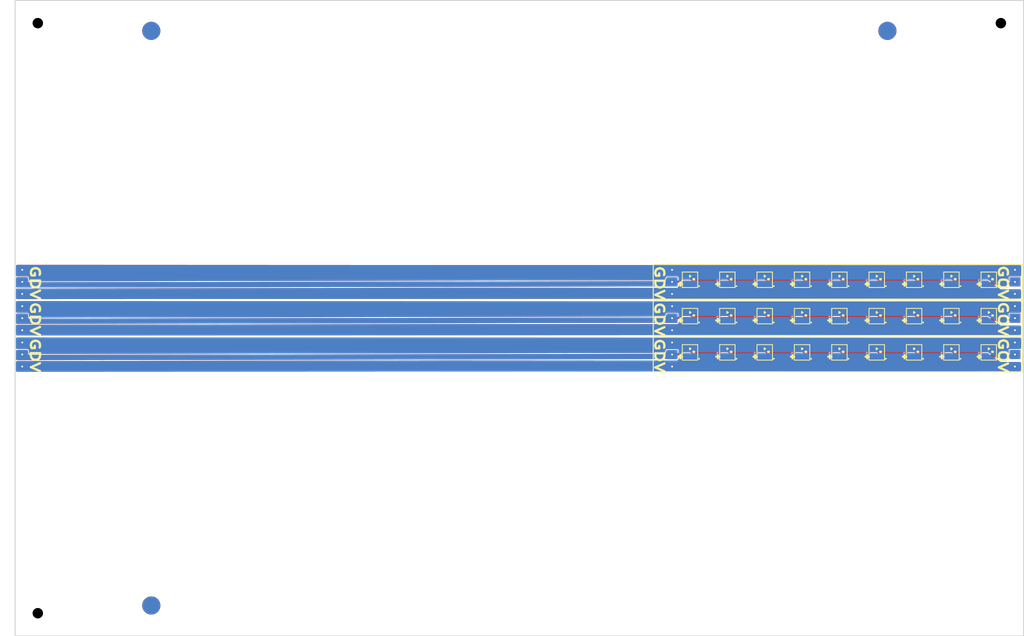
<source format=kicad_pcb>
(kicad_pcb (version 20221018) (generator pcbnew)
  (layers (0 "F.Cu" signal) (31 "B.Cu" signal) (34 "B.Paste" user) (35 "F.Paste" user) (36 "B.SilkS" user "B.Silkscreen") (37 "F.SilkS" user "F.Silkscreen") (38 "B.Mask" user) (39 "F.Mask" user) (44 "Edge.Cuts" user))
  (net 0 "")
  (net 1 "Board_0-+3V3")
  (net 2 "Board_0-GND")
  (net 3 "Board_0-LED_DATA")
  (net 4 "Board_0-LED_OUT")
  (net 5 "Board_0-Net-(U1-DOUT)")
  (net 6 "Board_0-Net-(U2-DOUT)")
  (net 7 "Board_0-Net-(U3-DOUT)")
  (net 8 "Board_0-Net-(U4-DOUT)")
  (net 9 "Board_0-Net-(U5-DOUT)")
  (net 10 "Board_0-Net-(U6-DOUT)")
  (net 11 "Board_0-Net-(U7-DOUT)")
  (net 12 "Board_0-Net-(U8-DOUT)")
  (net 13 "Board_1-+3V3")
  (net 14 "Board_1-GND")
  (net 15 "Board_1-LED_DATA")
  (net 16 "Board_1-LED_OUT")
  (net 17 "Board_1-Net-(U1-DOUT)")
  (net 18 "Board_1-Net-(U2-DOUT)")
  (net 19 "Board_1-Net-(U3-DOUT)")
  (net 20 "Board_1-Net-(U4-DOUT)")
  (net 21 "Board_1-Net-(U5-DOUT)")
  (net 22 "Board_1-Net-(U6-DOUT)")
  (net 23 "Board_1-Net-(U7-DOUT)")
  (net 24 "Board_1-Net-(U8-DOUT)")
  (net 25 "Board_2-+3V3")
  (net 26 "Board_2-GND")
  (net 27 "Board_2-LED_DATA")
  (net 28 "Board_2-LED_OUT")
  (net 29 "Board_2-Net-(U1-DOUT)")
  (net 30 "Board_2-Net-(U2-DOUT)")
  (net 31 "Board_2-Net-(U3-DOUT)")
  (net 32 "Board_2-Net-(U4-DOUT)")
  (net 33 "Board_2-Net-(U5-DOUT)")
  (net 34 "Board_2-Net-(U6-DOUT)")
  (net 35 "Board_2-Net-(U7-DOUT)")
  (net 36 "Board_2-Net-(U8-DOUT)")
  (footprint "NPTH" (layer "F.Cu") (at 95.455 87.5)
    (fp_text reference "REF**" hide)
    (fp_text value "NPTH" hide)
    (pad "" np_thru_hole circle (at 0 0) (size 1.152 1.152) (drill 1.152) (layers "*.Paste" "*.Mask"))
  )
  (footprint "kicad_lceda:TH_Pads_1.2x1_P1.20mml" (layer "F.Cu") (at 93.743163 57.675)
    (fp_text reference "J8" hide)
    (fp_text value "Conn_01x01")
    (pad "1" thru_hole rect (at 0 0) (size 1.2 1) (drill 0.2) (layers "*.Cu" "*.Mask") (net 26 "Board_2-GND") (clearance 0.1))
  )
  (footprint "kicad_lceda:TH_Pads_1.2x1_P1.20mml" (layer "F.Cu") (at 203.095 49.675)
    (fp_text reference "J6" hide)
    (fp_text value "Conn_01x01")
    (pad "1" thru_hole rect (at 0 0) (size 1.2 1) (drill 0.2) (layers "*.Cu" "*.Mask") (net 2 "Board_0-GND") (clearance 0.1))
  )
  (footprint "kicad_lceda:LED-SMD_4P-L1.0-W1.0-TL_XL-1010RGBC-WS2812B" (layer "F.Cu") (at 171.414299 58.77 180)
    (fp_text reference "U2" hide)
    (fp_text value "XL-1010RGBC-WS2812B")
    (pad "1" smd rect (at -0.425 -0.425 180) (size 0.45 0.45) (layers "F.Cu" "F.Paste" "F.Mask") (net 30 "Board_2-Net-(U2-DOUT)"))
    (pad "2" smd rect (at 0.425 -0.425 180) (size 0.45 0.45) (layers "F.Cu" "F.Paste" "F.Mask") (net 25 "Board_2-+3V3"))
    (pad "3" smd rect (at -0.425 0.425 180) (size 0.45 0.45) (layers "F.Cu" "F.Paste" "F.Mask") (net 26 "Board_2-GND"))
    (pad "4" smd rect (at 0.425 0.425 180) (size 0.45 0.45) (layers "F.Cu" "F.Paste" "F.Mask") (net 29 "Board_2-Net-(U1-DOUT)"))
  )
  (footprint "kicad_lceda:TH_Pads_1.2x1_P1.20mml" (layer "F.Cu") (at 203.095 51)
    (fp_text reference "J4" hide)
    (fp_text value "Conn_01x01")
    (pad "1" thru_hole rect (at 0 0) (size 1.2 1) (drill 0.2) (layers "*.Cu" "*.Mask") (net 4 "Board_0-LED_OUT") (clearance 0.1))
  )
  (footprint "kicad_lceda:TH_Pads_1.2x1_P1.20mml" (layer "F.Cu") (at 203.095 56.325)
    (fp_text reference "J5" hide)
    (fp_text value "Conn_01x01")
    (pad "1" thru_hole rect (at 0 0) (size 1.2 1) (drill 0.2) (layers "*.Cu" "*.Mask") (net 13 "Board_1-+3V3") (clearance 0.1))
  )
  (footprint "kicad_lceda:TH_Pads_1.2x1_P1.20mml" (layer "F.Cu") (at 165.325 60.33)
    (fp_text reference "J1" hide)
    (fp_text value "Conn_01x01")
    (pad "1" thru_hole rect (at 0 0) (size 1.2 1) (drill 0.2) (layers "*.Cu" "*.Mask") (net 25 "Board_2-+3V3") (clearance 0.1))
  )
  (footprint "kicad_lceda:TH_Pads_1.2x1_P1.20mml" (layer "F.Cu") (at 203.095 57.675)
    (fp_text reference "J6" hide)
    (fp_text value "Conn_01x01")
    (pad "1" thru_hole rect (at 0 0) (size 1.2 1) (drill 0.2) (layers "*.Cu" "*.Mask") (net 26 "Board_2-GND") (clearance 0.1))
  )
  (footprint "kicad_lceda:TH_Pads_1.2x1_P1.20mml" (layer "F.Cu") (at 165.325 51.005 180)
    (fp_text reference "J3" hide)
    (fp_text value "Conn_01x01")
    (pad "1" thru_hole rect (at 0 0 180) (size 1.2 1) (drill 0.2) (layers "*.Cu" "*.Mask") (net 3 "Board_0-LED_DATA") (clearance 0.1))
  )
  (footprint "kicad_lceda:LED-SMD_4P-L1.0-W1.0-TL_XL-1010RGBC-WS2812B" (layer "F.Cu") (at 200.21 54.77 180)
    (fp_text reference "U9" hide)
    (fp_text value "XL-1010RGBC-WS2812B")
    (pad "1" smd rect (at -0.425 -0.425 180) (size 0.45 0.45) (layers "F.Cu" "F.Paste" "F.Mask") (net 16 "Board_1-LED_OUT"))
    (pad "2" smd rect (at 0.425 -0.425 180) (size 0.45 0.45) (layers "F.Cu" "F.Paste" "F.Mask") (net 13 "Board_1-+3V3"))
    (pad "3" smd rect (at -0.425 0.425 180) (size 0.45 0.45) (layers "F.Cu" "F.Paste" "F.Mask") (net 14 "Board_1-GND"))
    (pad "4" smd rect (at 0.425 0.425 180) (size 0.45 0.45) (layers "F.Cu" "F.Paste" "F.Mask") (net 24 "Board_1-Net-(U8-DOUT)"))
  )
  (footprint "kicad_lceda:LED-SMD_4P-L1.0-W1.0-TL_XL-1010RGBC-WS2812B" (layer "F.Cu") (at 187.868983 54.77 180)
    (fp_text reference "U6" hide)
    (fp_text value "XL-1010RGBC-WS2812B")
    (pad "1" smd rect (at -0.425 -0.425 180) (size 0.45 0.45) (layers "F.Cu" "F.Paste" "F.Mask") (net 22 "Board_1-Net-(U6-DOUT)"))
    (pad "2" smd rect (at 0.425 -0.425 180) (size 0.45 0.45) (layers "F.Cu" "F.Paste" "F.Mask") (net 13 "Board_1-+3V3"))
    (pad "3" smd rect (at -0.425 0.425 180) (size 0.45 0.45) (layers "F.Cu" "F.Paste" "F.Mask") (net 14 "Board_1-GND"))
    (pad "4" smd rect (at 0.425 0.425 180) (size 0.45 0.45) (layers "F.Cu" "F.Paste" "F.Mask") (net 21 "Board_1-Net-(U5-DOUT)"))
  )
  (footprint "kicad_lceda:TH_Pads_1.2x1_P1.20mml" (layer "F.Cu") (at 93.743163 49.675)
    (fp_text reference "J8" hide)
    (fp_text value "Conn_01x01")
    (pad "1" thru_hole rect (at 0 0) (size 1.2 1) (drill 0.2) (layers "*.Cu" "*.Mask") (net 2 "Board_0-GND") (clearance 0.1))
  )
  (footprint "kicad_lceda:LED-SMD_4P-L1.0-W1.0-TL_XL-1010RGBC-WS2812B" (layer "F.Cu") (at 171.414299 54.77 180)
    (fp_text reference "U2" hide)
    (fp_text value "XL-1010RGBC-WS2812B")
    (pad "1" smd rect (at -0.425 -0.425 180) (size 0.45 0.45) (layers "F.Cu" "F.Paste" "F.Mask") (net 18 "Board_1-Net-(U2-DOUT)"))
    (pad "2" smd rect (at 0.425 -0.425 180) (size 0.45 0.45) (layers "F.Cu" "F.Paste" "F.Mask") (net 13 "Board_1-+3V3"))
    (pad "3" smd rect (at -0.425 0.425 180) (size 0.45 0.45) (layers "F.Cu" "F.Paste" "F.Mask") (net 14 "Board_1-GND"))
    (pad "4" smd rect (at 0.425 0.425 180) (size 0.45 0.45) (layers "F.Cu" "F.Paste" "F.Mask") (net 17 "Board_1-Net-(U1-DOUT)"))
  )
  (footprint "kicad_lceda:LED-SMD_4P-L1.0-W1.0-TL_XL-1010RGBC-WS2812B" (layer "F.Cu") (at 191.982654 50.77 180)
    (fp_text reference "U7" hide)
    (fp_text value "XL-1010RGBC-WS2812B")
    (pad "1" smd rect (at -0.425 -0.425 180) (size 0.45 0.45) (layers "F.Cu" "F.Paste" "F.Mask") (net 11 "Board_0-Net-(U7-DOUT)"))
    (pad "2" smd rect (at 0.425 -0.425 180) (size 0.45 0.45) (layers "F.Cu" "F.Paste" "F.Mask") (net 1 "Board_0-+3V3"))
    (pad "3" smd rect (at -0.425 0.425 180) (size 0.45 0.45) (layers "F.Cu" "F.Paste" "F.Mask") (net 2 "Board_0-GND"))
    (pad "4" smd rect (at 0.425 0.425 180) (size 0.45 0.45) (layers "F.Cu" "F.Paste" "F.Mask") (net 10 "Board_0-Net-(U6-DOUT)"))
  )
  (footprint "kicad_lceda:TH_Pads_1.2x1_P1.20mml" (layer "F.Cu") (at 165.325 57.68 180)
    (fp_text reference "J2" hide)
    (fp_text value "Conn_01x01")
    (pad "1" thru_hole rect (at 0 0 180) (size 1.2 1) (drill 0.2) (layers "*.Cu" "*.Mask") (net 26 "Board_2-GND") (clearance 0.1))
  )
  (footprint "kicad_lceda:LED-SMD_4P-L1.0-W1.0-TL_XL-1010RGBC-WS2812B" (layer "F.Cu") (at 200.21 50.77 180)
    (fp_text reference "U9" hide)
    (fp_text value "XL-1010RGBC-WS2812B")
    (pad "1" smd rect (at -0.425 -0.425 180) (size 0.45 0.45) (layers "F.Cu" "F.Paste" "F.Mask") (net 4 "Board_0-LED_OUT"))
    (pad "2" smd rect (at 0.425 -0.425 180) (size 0.45 0.45) (layers "F.Cu" "F.Paste" "F.Mask") (net 1 "Board_0-+3V3"))
    (pad "3" smd rect (at -0.425 0.425 180) (size 0.45 0.45) (layers "F.Cu" "F.Paste" "F.Mask") (net 2 "Board_0-GND"))
    (pad "4" smd rect (at 0.425 0.425 180) (size 0.45 0.45) (layers "F.Cu" "F.Paste" "F.Mask") (net 12 "Board_0-Net-(U8-DOUT)"))
  )
  (footprint "kicad_lceda:LED-SMD_4P-L1.0-W1.0-TL_XL-1010RGBC-WS2812B" (layer "F.Cu") (at 175.52797 58.77 180)
    (fp_text reference "U3" hide)
    (fp_text value "XL-1010RGBC-WS2812B")
    (pad "1" smd rect (at -0.425 -0.425 180) (size 0.45 0.45) (layers "F.Cu" "F.Paste" "F.Mask") (net 31 "Board_2-Net-(U3-DOUT)"))
    (pad "2" smd rect (at 0.425 -0.425 180) (size 0.45 0.45) (layers "F.Cu" "F.Paste" "F.Mask") (net 25 "Board_2-+3V3"))
    (pad "3" smd rect (at -0.425 0.425 180) (size 0.45 0.45) (layers "F.Cu" "F.Paste" "F.Mask") (net 26 "Board_2-GND"))
    (pad "4" smd rect (at 0.425 0.425 180) (size 0.45 0.45) (layers "F.Cu" "F.Paste" "F.Mask") (net 30 "Board_2-Net-(U2-DOUT)"))
  )
  (footprint "kicad_lceda:LED-SMD_4P-L1.0-W1.0-TL_XL-1010RGBC-WS2812B" (layer "F.Cu") (at 196.096325 50.77 180)
    (fp_text reference "U8" hide)
    (fp_text value "XL-1010RGBC-WS2812B")
    (pad "1" smd rect (at -0.425 -0.425 180) (size 0.45 0.45) (layers "F.Cu" "F.Paste" "F.Mask") (net 12 "Board_0-Net-(U8-DOUT)"))
    (pad "2" smd rect (at 0.425 -0.425 180) (size 0.45 0.45) (layers "F.Cu" "F.Paste" "F.Mask") (net 1 "Board_0-+3V3"))
    (pad "3" smd rect (at -0.425 0.425 180) (size 0.45 0.45) (layers "F.Cu" "F.Paste" "F.Mask") (net 2 "Board_0-GND"))
    (pad "4" smd rect (at 0.425 0.425 180) (size 0.45 0.45) (layers "F.Cu" "F.Paste" "F.Mask") (net 11 "Board_0-Net-(U7-DOUT)"))
  )
  (footprint "kicad_lceda:LED-SMD_4P-L1.0-W1.0-TL_XL-1010RGBC-WS2812B" (layer "F.Cu") (at 187.868983 58.77 180)
    (fp_text reference "U6" hide)
    (fp_text value "XL-1010RGBC-WS2812B")
    (pad "1" smd rect (at -0.425 -0.425 180) (size 0.45 0.45) (layers "F.Cu" "F.Paste" "F.Mask") (net 34 "Board_2-Net-(U6-DOUT)"))
    (pad "2" smd rect (at 0.425 -0.425 180) (size 0.45 0.45) (layers "F.Cu" "F.Paste" "F.Mask") (net 25 "Board_2-+3V3"))
    (pad "3" smd rect (at -0.425 0.425 180) (size 0.45 0.45) (layers "F.Cu" "F.Paste" "F.Mask") (net 26 "Board_2-GND"))
    (pad "4" smd rect (at 0.425 0.425 180) (size 0.45 0.45) (layers "F.Cu" "F.Paste" "F.Mask") (net 33 "Board_2-Net-(U5-DOUT)"))
  )
  (footprint "kicad_lceda:LED-SMD_4P-L1.0-W1.0-TL_XL-1010RGBC-WS2812B" (layer "F.Cu") (at 179.641641 58.77 180)
    (fp_text reference "U4" hide)
    (fp_text value "XL-1010RGBC-WS2812B")
    (pad "1" smd rect (at -0.425 -0.425 180) (size 0.45 0.45) (layers "F.Cu" "F.Paste" "F.Mask") (net 32 "Board_2-Net-(U4-DOUT)"))
    (pad "2" smd rect (at 0.425 -0.425 180) (size 0.45 0.45) (layers "F.Cu" "F.Paste" "F.Mask") (net 25 "Board_2-+3V3"))
    (pad "3" smd rect (at -0.425 0.425 180) (size 0.45 0.45) (layers "F.Cu" "F.Paste" "F.Mask") (net 26 "Board_2-GND"))
    (pad "4" smd rect (at 0.425 0.425 180) (size 0.45 0.45) (layers "F.Cu" "F.Paste" "F.Mask") (net 31 "Board_2-Net-(U3-DOUT)"))
  )
  (footprint "kicad_lceda:TH_Pads_1.2x1_P1.20mml" (layer "F.Cu") (at 93.738163 60.325)
    (fp_text reference "J7" hide)
    (fp_text value "Conn_01x01")
    (pad "1" thru_hole rect (at 0 0) (size 1.2 1) (drill 0.2) (layers "*.Cu" "*.Mask") (net 25 "Board_2-+3V3") (clearance 0.1))
  )
  (footprint "kicad_lceda:TH_Pads_1.2x1_P1.20mml" (layer "F.Cu") (at 165.325 56.33)
    (fp_text reference "J1" hide)
    (fp_text value "Conn_01x01")
    (pad "1" thru_hole rect (at 0 0) (size 1.2 1) (drill 0.2) (layers "*.Cu" "*.Mask") (net 13 "Board_1-+3V3") (clearance 0.1))
  )
  (footprint "kicad_lceda:LED-SMD_4P-L1.0-W1.0-TL_XL-1010RGBC-WS2812B" (layer "F.Cu") (at 183.755312 50.77 180)
    (fp_text reference "U5" hide)
    (fp_text value "XL-1010RGBC-WS2812B")
    (pad "1" smd rect (at -0.425 -0.425 180) (size 0.45 0.45) (layers "F.Cu" "F.Paste" "F.Mask") (net 9 "Board_0-Net-(U5-DOUT)"))
    (pad "2" smd rect (at 0.425 -0.425 180) (size 0.45 0.45) (layers "F.Cu" "F.Paste" "F.Mask") (net 1 "Board_0-+3V3"))
    (pad "3" smd rect (at -0.425 0.425 180) (size 0.45 0.45) (layers "F.Cu" "F.Paste" "F.Mask") (net 2 "Board_0-GND"))
    (pad "4" smd rect (at 0.425 0.425 180) (size 0.45 0.45) (layers "F.Cu" "F.Paste" "F.Mask") (net 8 "Board_0-Net-(U4-DOUT)"))
  )
  (footprint "kicad_lceda:TH_Pads_1.2x1_P1.20mml" (layer "F.Cu") (at 93.743163 59)
    (fp_text reference "J9" hide)
    (fp_text value "Conn_01x01")
    (pad "1" thru_hole rect (at 0 0) (size 1.2 1) (drill 0.2) (layers "*.Cu" "*.Mask") (net 27 "Board_2-LED_DATA") (clearance 0.1))
  )
  (footprint "NPTH" (layer "F.Cu") (at 201.545 22.5)
    (fp_text reference "REF**" hide)
    (fp_text value "NPTH" hide)
    (pad "" np_thru_hole circle (at 0 0) (size 1.152 1.152) (drill 1.152) (layers "*.Paste" "*.Mask"))
  )
  (footprint "kicad_lceda:TH_Pads_1.2x1_P1.20mml" (layer "F.Cu") (at 93.738163 56.325)
    (fp_text reference "J7" hide)
    (fp_text value "Conn_01x01")
    (pad "1" thru_hole rect (at 0 0) (size 1.2 1) (drill 0.2) (layers "*.Cu" "*.Mask") (net 13 "Board_1-+3V3") (clearance 0.1))
  )
  (footprint "kicad_lceda:TH_Pads_1.2x1_P1.20mml" (layer "F.Cu") (at 165.325 53.68 180)
    (fp_text reference "J2" hide)
    (fp_text value "Conn_01x01")
    (pad "1" thru_hole rect (at 0 0 180) (size 1.2 1) (drill 0.2) (layers "*.Cu" "*.Mask") (net 14 "Board_1-GND") (clearance 0.1))
  )
  (footprint "kicad_lceda:TH_Pads_1.2x1_P1.20mml" (layer "F.Cu") (at 203.095 59)
    (fp_text reference "J4" hide)
    (fp_text value "Conn_01x01")
    (pad "1" thru_hole rect (at 0 0) (size 1.2 1) (drill 0.2) (layers "*.Cu" "*.Mask") (net 28 "Board_2-LED_OUT") (clearance 0.1))
  )
  (footprint "kicad_lceda:LED-SMD_4P-L1.0-W1.0-TL_XL-1010RGBC-WS2812B" (layer "F.Cu") (at 167.300628 54.77 180)
    (fp_text reference "U1" hide)
    (fp_text value "XL-1010RGBC-WS2812B")
    (pad "1" smd rect (at -0.425 -0.425 180) (size 0.45 0.45) (layers "F.Cu" "F.Paste" "F.Mask") (net 17 "Board_1-Net-(U1-DOUT)"))
    (pad "2" smd rect (at 0.425 -0.425 180) (size 0.45 0.45) (layers "F.Cu" "F.Paste" "F.Mask") (net 13 "Board_1-+3V3"))
    (pad "3" smd rect (at -0.425 0.425 180) (size 0.45 0.45) (layers "F.Cu" "F.Paste" "F.Mask") (net 14 "Board_1-GND"))
    (pad "4" smd rect (at 0.425 0.425 180) (size 0.45 0.45) (layers "F.Cu" "F.Paste" "F.Mask") (net 15 "Board_1-LED_DATA"))
  )
  (footprint "kicad_lceda:LED-SMD_4P-L1.0-W1.0-TL_XL-1010RGBC-WS2812B" (layer "F.Cu") (at 175.52797 54.77 180)
    (fp_text reference "U3" hide)
    (fp_text value "XL-1010RGBC-WS2812B")
    (pad "1" smd rect (at -0.425 -0.425 180) (size 0.45 0.45) (layers "F.Cu" "F.Paste" "F.Mask") (net 19 "Board_1-Net-(U3-DOUT)"))
    (pad "2" smd rect (at 0.425 -0.425 180) (size 0.45 0.45) (layers "F.Cu" "F.Paste" "F.Mask") (net 13 "Board_1-+3V3"))
    (pad "3" smd rect (at -0.425 0.425 180) (size 0.45 0.45) (layers "F.Cu" "F.Paste" "F.Mask") (net 14 "Board_1-GND"))
    (pad "4" smd rect (at 0.425 0.425 180) (size 0.45 0.45) (layers "F.Cu" "F.Paste" "F.Mask") (net 18 "Board_1-Net-(U2-DOUT)"))
  )
  (footprint "kicad_lceda:LED-SMD_4P-L1.0-W1.0-TL_XL-1010RGBC-WS2812B" (layer "F.Cu") (at 196.096325 54.77 180)
    (fp_text reference "U8" hide)
    (fp_text value "XL-1010RGBC-WS2812B")
    (pad "1" smd rect (at -0.425 -0.425 180) (size 0.45 0.45) (layers "F.Cu" "F.Paste" "F.Mask") (net 24 "Board_1-Net-(U8-DOUT)"))
    (pad "2" smd rect (at 0.425 -0.425 180) (size 0.45 0.45) (layers "F.Cu" "F.Paste" "F.Mask") (net 13 "Board_1-+3V3"))
    (pad "3" smd rect (at -0.425 0.425 180) (size 0.45 0.45) (layers "F.Cu" "F.Paste" "F.Mask") (net 14 "Board_1-GND"))
    (pad "4" smd rect (at 0.425 0.425 180) (size 0.45 0.45) (layers "F.Cu" "F.Paste" "F.Mask") (net 23 "Board_1-Net-(U7-DOUT)"))
  )
  (footprint "kicad_lceda:TH_Pads_1.2x1_P1.20mml" (layer "F.Cu") (at 93.743163 55)
    (fp_text reference "J9" hide)
    (fp_text value "Conn_01x01")
    (pad "1" thru_hole rect (at 0 0) (size 1.2 1) (drill 0.2) (layers "*.Cu" "*.Mask") (net 15 "Board_1-LED_DATA") (clearance 0.1))
  )
  (footprint "Fiducial" (layer "F.Cu") (at 189.045 23.35)
    (fp_text reference "REF**" hide)
    (fp_text value "Fiducial" hide)
    (pad "" smd circle (at 0 0) (size 2 2) (layers "F.Cu" "F.Mask") (clearance -0.5))
  )
  (footprint "kicad_lceda:LED-SMD_4P-L1.0-W1.0-TL_XL-1010RGBC-WS2812B" (layer "F.Cu") (at 191.982654 54.77 180)
    (fp_text reference "U7" hide)
    (fp_text value "XL-1010RGBC-WS2812B")
    (pad "1" smd rect (at -0.425 -0.425 180) (size 0.45 0.45) (layers "F.Cu" "F.Paste" "F.Mask") (net 23 "Board_1-Net-(U7-DOUT)"))
    (pad "2" smd rect (at 0.425 -0.425 180) (size 0.45 0.45) (layers "F.Cu" "F.Paste" "F.Mask") (net 13 "Board_1-+3V3"))
    (pad "3" smd rect (at -0.425 0.425 180) (size 0.45 0.45) (layers "F.Cu" "F.Paste" "F.Mask") (net 14 "Board_1-GND"))
    (pad "4" smd rect (at 0.425 0.425 180) (size 0.45 0.45) (layers "F.Cu" "F.Paste" "F.Mask") (net 22 "Board_1-Net-(U6-DOUT)"))
  )
  (footprint "kicad_lceda:LED-SMD_4P-L1.0-W1.0-TL_XL-1010RGBC-WS2812B" (layer "F.Cu") (at 187.868983 50.77 180)
    (fp_text reference "U6" hide)
    (fp_text value "XL-1010RGBC-WS2812B")
    (pad "1" smd rect (at -0.425 -0.425 180) (size 0.45 0.45) (layers "F.Cu" "F.Paste" "F.Mask") (net 10 "Board_0-Net-(U6-DOUT)"))
    (pad "2" smd rect (at 0.425 -0.425 180) (size 0.45 0.45) (layers "F.Cu" "F.Paste" "F.Mask") (net 1 "Board_0-+3V3"))
    (pad "3" smd rect (at -0.425 0.425 180) (size 0.45 0.45) (layers "F.Cu" "F.Paste" "F.Mask") (net 2 "Board_0-GND"))
    (pad "4" smd rect (at 0.425 0.425 180) (size 0.45 0.45) (layers "F.Cu" "F.Paste" "F.Mask") (net 9 "Board_0-Net-(U5-DOUT)"))
  )
  (footprint "kicad_lceda:TH_Pads_1.2x1_P1.20mml" (layer "F.Cu") (at 165.325 59.005 180)
    (fp_text reference "J3" hide)
    (fp_text value "Conn_01x01")
    (pad "1" thru_hole rect (at 0 0 180) (size 1.2 1) (drill 0.2) (layers "*.Cu" "*.Mask") (net 27 "Board_2-LED_DATA") (clearance 0.1))
  )
  (footprint "kicad_lceda:LED-SMD_4P-L1.0-W1.0-TL_XL-1010RGBC-WS2812B" (layer "F.Cu") (at 191.982654 58.77 180)
    (fp_text reference "U7" hide)
    (fp_text value "XL-1010RGBC-WS2812B")
    (pad "1" smd rect (at -0.425 -0.425 180) (size 0.45 0.45) (layers "F.Cu" "F.Paste" "F.Mask") (net 35 "Board_2-Net-(U7-DOUT)"))
    (pad "2" smd rect (at 0.425 -0.425 180) (size 0.45 0.45) (layers "F.Cu" "F.Paste" "F.Mask") (net 25 "Board_2-+3V3"))
    (pad "3" smd rect (at -0.425 0.425 180) (size 0.45 0.45) (layers "F.Cu" "F.Paste" "F.Mask") (net 26 "Board_2-GND"))
    (pad "4" smd rect (at 0.425 0.425 180) (size 0.45 0.45) (layers "F.Cu" "F.Paste" "F.Mask") (net 34 "Board_2-Net-(U6-DOUT)"))
  )
  (footprint "kicad_lceda:LED-SMD_4P-L1.0-W1.0-TL_XL-1010RGBC-WS2812B" (layer "F.Cu") (at 171.414299 50.77 180)
    (fp_text reference "U2" hide)
    (fp_text value "XL-1010RGBC-WS2812B")
    (pad "1" smd rect (at -0.425 -0.425 180) (size 0.45 0.45) (layers "F.Cu" "F.Paste" "F.Mask") (net 6 "Board_0-Net-(U2-DOUT)"))
    (pad "2" smd rect (at 0.425 -0.425 180) (size 0.45 0.45) (layers "F.Cu" "F.Paste" "F.Mask") (net 1 "Board_0-+3V3"))
    (pad "3" smd rect (at -0.425 0.425 180) (size 0.45 0.45) (layers "F.Cu" "F.Paste" "F.Mask") (net 2 "Board_0-GND"))
    (pad "4" smd rect (at 0.425 0.425 180) (size 0.45 0.45) (layers "F.Cu" "F.Paste" "F.Mask") (net 5 "Board_0-Net-(U1-DOUT)"))
  )
  (footprint "kicad_lceda:TH_Pads_1.2x1_P1.20mml" (layer "F.Cu") (at 203.095 52.325)
    (fp_text reference "J5" hide)
    (fp_text value "Conn_01x01")
    (pad "1" thru_hole rect (at 0 0) (size 1.2 1) (drill 0.2) (layers "*.Cu" "*.Mask") (net 1 "Board_0-+3V3") (clearance 0.1))
  )
  (footprint "kicad_lceda:LED-SMD_4P-L1.0-W1.0-TL_XL-1010RGBC-WS2812B" (layer "F.Cu") (at 196.096325 58.77 180)
    (fp_text reference "U8" hide)
    (fp_text value "XL-1010RGBC-WS2812B")
    (pad "1" smd rect (at -0.425 -0.425 180) (size 0.45 0.45) (layers "F.Cu" "F.Paste" "F.Mask") (net 36 "Board_2-Net-(U8-DOUT)"))
    (pad "2" smd rect (at 0.425 -0.425 180) (size 0.45 0.45) (layers "F.Cu" "F.Paste" "F.Mask") (net 25 "Board_2-+3V3"))
    (pad "3" smd rect (at -0.425 0.425 180) (size 0.45 0.45) (layers "F.Cu" "F.Paste" "F.Mask") (net 26 "Board_2-GND"))
    (pad "4" smd rect (at 0.425 0.425 180) (size 0.45 0.45) (layers "F.Cu" "F.Paste" "F.Mask") (net 35 "Board_2-Net-(U7-DOUT)"))
  )
  (footprint "kicad_lceda:TH_Pads_1.2x1_P1.20mml" (layer "F.Cu") (at 203.095 53.675)
    (fp_text reference "J6" hide)
    (fp_text value "Conn_01x01")
    (pad "1" thru_hole rect (at 0 0) (size 1.2 1) (drill 0.2) (layers "*.Cu" "*.Mask") (net 14 "Board_1-GND") (clearance 0.1))
  )
  (footprint "kicad_lceda:TH_Pads_1.2x1_P1.20mml" (layer "F.Cu") (at 93.743163 53.675)
    (fp_text reference "J8" hide)
    (fp_text value "Conn_01x01")
    (pad "1" thru_hole rect (at 0 0) (size 1.2 1) (drill 0.2) (layers "*.Cu" "*.Mask") (net 14 "Board_1-GND") (clearance 0.1))
  )
  (footprint "kicad_lceda:TH_Pads_1.2x1_P1.20mml" (layer "F.Cu") (at 203.095 55)
    (fp_text reference "J4" hide)
    (fp_text value "Conn_01x01")
    (pad "1" thru_hole rect (at 0 0) (size 1.2 1) (drill 0.2) (layers "*.Cu" "*.Mask") (net 16 "Board_1-LED_OUT") (clearance 0.1))
  )
  (footprint "kicad_lceda:TH_Pads_1.2x1_P1.20mml" (layer "F.Cu") (at 93.743163 51)
    (fp_text reference "J9" hide)
    (fp_text value "Conn_01x01")
    (pad "1" thru_hole rect (at 0 0) (size 1.2 1) (drill 0.2) (layers "*.Cu" "*.Mask") (net 3 "Board_0-LED_DATA") (clearance 0.1))
  )
  (footprint "kicad_lceda:LED-SMD_4P-L1.0-W1.0-TL_XL-1010RGBC-WS2812B" (layer "F.Cu") (at 167.300628 50.77 180)
    (fp_text reference "U1" hide)
    (fp_text value "XL-1010RGBC-WS2812B")
    (pad "1" smd rect (at -0.425 -0.425 180) (size 0.45 0.45) (layers "F.Cu" "F.Paste" "F.Mask") (net 5 "Board_0-Net-(U1-DOUT)"))
    (pad "2" smd rect (at 0.425 -0.425 180) (size 0.45 0.45) (layers "F.Cu" "F.Paste" "F.Mask") (net 1 "Board_0-+3V3"))
    (pad "3" smd rect (at -0.425 0.425 180) (size 0.45 0.45) (layers "F.Cu" "F.Paste" "F.Mask") (net 2 "Board_0-GND"))
    (pad "4" smd rect (at 0.425 0.425 180) (size 0.45 0.45) (layers "F.Cu" "F.Paste" "F.Mask") (net 3 "Board_0-LED_DATA"))
  )
  (footprint "kicad_lceda:LED-SMD_4P-L1.0-W1.0-TL_XL-1010RGBC-WS2812B" (layer "F.Cu") (at 183.755312 54.77 180)
    (fp_text reference "U5" hide)
    (fp_text value "XL-1010RGBC-WS2812B")
    (pad "1" smd rect (at -0.425 -0.425 180) (size 0.45 0.45) (layers "F.Cu" "F.Paste" "F.Mask") (net 21 "Board_1-Net-(U5-DOUT)"))
    (pad "2" smd rect (at 0.425 -0.425 180) (size 0.45 0.45) (layers "F.Cu" "F.Paste" "F.Mask") (net 13 "Board_1-+3V3"))
    (pad "3" smd rect (at -0.425 0.425 180) (size 0.45 0.45) (layers "F.Cu" "F.Paste" "F.Mask") (net 14 "Board_1-GND"))
    (pad "4" smd rect (at 0.425 0.425 180) (size 0.45 0.45) (layers "F.Cu" "F.Paste" "F.Mask") (net 20 "Board_1-Net-(U4-DOUT)"))
  )
  (footprint "kicad_lceda:LED-SMD_4P-L1.0-W1.0-TL_XL-1010RGBC-WS2812B" (layer "F.Cu") (at 179.641641 50.77 180)
    (fp_text reference "U4" hide)
    (fp_text value "XL-1010RGBC-WS2812B")
    (pad "1" smd rect (at -0.425 -0.425 180) (size 0.45 0.45) (layers "F.Cu" "F.Paste" "F.Mask") (net 8 "Board_0-Net-(U4-DOUT)"))
    (pad "2" smd rect (at 0.425 -0.425 180) (size 0.45 0.45) (layers "F.Cu" "F.Paste" "F.Mask") (net 1 "Board_0-+3V3"))
    (pad "3" smd rect (at -0.425 0.425 180) (size 0.45 0.45) (layers "F.Cu" "F.Paste" "F.Mask") (net 2 "Board_0-GND"))
    (pad "4" smd rect (at 0.425 0.425 180) (size 0.45 0.45) (layers "F.Cu" "F.Paste" "F.Mask") (net 7 "Board_0-Net-(U3-DOUT)"))
  )
  (footprint "kicad_lceda:TH_Pads_1.2x1_P1.20mml" (layer "F.Cu") (at 93.738163 52.325)
    (fp_text reference "J7" hide)
    (fp_text value "Conn_01x01")
    (pad "1" thru_hole rect (at 0 0) (size 1.2 1) (drill 0.2) (layers "*.Cu" "*.Mask") (net 1 "Board_0-+3V3") (clearance 0.1))
  )
  (footprint "kicad_lceda:LED-SMD_4P-L1.0-W1.0-TL_XL-1010RGBC-WS2812B" (layer "F.Cu") (at 179.641641 54.77 180)
    (fp_text reference "U4" hide)
    (fp_text value "XL-1010RGBC-WS2812B")
    (pad "1" smd rect (at -0.425 -0.425 180) (size 0.45 0.45) (layers "F.Cu" "F.Paste" "F.Mask") (net 20 "Board_1-Net-(U4-DOUT)"))
    (pad "2" smd rect (at 0.425 -0.425 180) (size 0.45 0.45) (layers "F.Cu" "F.Paste" "F.Mask") (net 13 "Board_1-+3V3"))
    (pad "3" smd rect (at -0.425 0.425 180) (size 0.45 0.45) (layers "F.Cu" "F.Paste" "F.Mask") (net 14 "Board_1-GND"))
    (pad "4" smd rect (at 0.425 0.425 180) (size 0.45 0.45) (layers "F.Cu" "F.Paste" "F.Mask") (net 19 "Board_1-Net-(U3-DOUT)"))
  )
  (footprint "kicad_lceda:LED-SMD_4P-L1.0-W1.0-TL_XL-1010RGBC-WS2812B" (layer "F.Cu") (at 175.52797 50.77 180)
    (fp_text reference "U3" hide)
    (fp_text value "XL-1010RGBC-WS2812B")
    (pad "1" smd rect (at -0.425 -0.425 180) (size 0.45 0.45) (layers "F.Cu" "F.Paste" "F.Mask") (net 7 "Board_0-Net-(U3-DOUT)"))
    (pad "2" smd rect (at 0.425 -0.425 180) (size 0.45 0.45) (layers "F.Cu" "F.Paste" "F.Mask") (net 1 "Board_0-+3V3"))
    (pad "3" smd rect (at -0.425 0.425 180) (size 0.45 0.45) (layers "F.Cu" "F.Paste" "F.Mask") (net 2 "Board_0-GND"))
    (pad "4" smd rect (at 0.425 0.425 180) (size 0.45 0.45) (layers "F.Cu" "F.Paste" "F.Mask") (net 6 "Board_0-Net-(U2-DOUT)"))
  )
  (footprint "kicad_lceda:LED-SMD_4P-L1.0-W1.0-TL_XL-1010RGBC-WS2812B" (layer "F.Cu") (at 200.21 58.77 180)
    (fp_text reference "U9" hide)
    (fp_text value "XL-1010RGBC-WS2812B")
    (pad "1" smd rect (at -0.425 -0.425 180) (size 0.45 0.45) (layers "F.Cu" "F.Paste" "F.Mask") (net 28 "Board_2-LED_OUT"))
    (pad "2" smd rect (at 0.425 -0.425 180) (size 0.45 0.45) (layers "F.Cu" "F.Paste" "F.Mask") (net 25 "Board_2-+3V3"))
    (pad "3" smd rect (at -0.425 0.425 180) (size 0.45 0.45) (layers "F.Cu" "F.Paste" "F.Mask") (net 26 "Board_2-GND"))
    (pad "4" smd rect (at 0.425 0.425 180) (size 0.45 0.45) (layers "F.Cu" "F.Paste" "F.Mask") (net 36 "Board_2-Net-(U8-DOUT)"))
  )
  (footprint "kicad_lceda:LED-SMD_4P-L1.0-W1.0-TL_XL-1010RGBC-WS2812B" (layer "F.Cu") (at 167.300628 58.77 180)
    (fp_text reference "U1" hide)
    (fp_text value "XL-1010RGBC-WS2812B")
    (pad "1" smd rect (at -0.425 -0.425 180) (size 0.45 0.45) (layers "F.Cu" "F.Paste" "F.Mask") (net 29 "Board_2-Net-(U1-DOUT)"))
    (pad "2" smd rect (at 0.425 -0.425 180) (size 0.45 0.45) (layers "F.Cu" "F.Paste" "F.Mask") (net 25 "Board_2-+3V3"))
    (pad "3" smd rect (at -0.425 0.425 180) (size 0.45 0.45) (layers "F.Cu" "F.Paste" "F.Mask") (net 26 "Board_2-GND"))
    (pad "4" smd rect (at 0.425 0.425 180) (size 0.45 0.45) (layers "F.Cu" "F.Paste" "F.Mask") (net 27 "Board_2-LED_DATA"))
  )
  (footprint "Fiducial" (layer "F.Cu") (at 107.955 23.35)
    (fp_text reference "REF**" hide)
    (fp_text value "Fiducial" hide)
    (pad "" smd circle (at 0 0) (size 2 2) (layers "F.Cu" "F.Mask") (clearance -0.5))
  )
  (footprint "kicad_lceda:TH_Pads_1.2x1_P1.20mml" (layer "F.Cu") (at 165.325 55.005 180)
    (fp_text reference "J3" hide)
    (fp_text value "Conn_01x01")
    (pad "1" thru_hole rect (at 0 0 180) (size 1.2 1) (drill 0.2) (layers "*.Cu" "*.Mask") (net 15 "Board_1-LED_DATA") (clearance 0.1))
  )
  (footprint "kicad_lceda:LED-SMD_4P-L1.0-W1.0-TL_XL-1010RGBC-WS2812B" (layer "F.Cu") (at 183.755312 58.77 180)
    (fp_text reference "U5" hide)
    (fp_text value "XL-1010RGBC-WS2812B")
    (pad "1" smd rect (at -0.425 -0.425 180) (size 0.45 0.45) (layers "F.Cu" "F.Paste" "F.Mask") (net 33 "Board_2-Net-(U5-DOUT)"))
    (pad "2" smd rect (at 0.425 -0.425 180) (size 0.45 0.45) (layers "F.Cu" "F.Paste" "F.Mask") (net 25 "Board_2-+3V3"))
    (pad "3" smd rect (at -0.425 0.425 180) (size 0.45 0.45) (layers "F.Cu" "F.Paste" "F.Mask") (net 26 "Board_2-GND"))
    (pad "4" smd rect (at 0.425 0.425 180) (size 0.45 0.45) (layers "F.Cu" "F.Paste" "F.Mask") (net 32 "Board_2-Net-(U4-DOUT)"))
  )
  (footprint "Fiducial" (layer "F.Cu") (at 107.955 86.65)
    (fp_text reference "REF**" hide)
    (fp_text value "Fiducial" hide)
    (pad "" smd circle (at 0 0) (size 2 2) (layers "F.Cu" "F.Mask") (clearance -0.5))
  )
  (footprint "NPTH" (layer "F.Cu") (at 95.455 22.5)
    (fp_text reference "REF**" hide)
    (fp_text value "NPTH" hide)
    (pad "" np_thru_hole circle (at 0 0) (size 1.152 1.152) (drill 1.152) (layers "*.Paste" "*.Mask"))
  )
  (footprint "kicad_lceda:TH_Pads_1.2x1_P1.20mml" (layer "F.Cu") (at 165.325 52.33)
    (fp_text reference "J1" hide)
    (fp_text value "Conn_01x01")
    (pad "1" thru_hole rect (at 0 0) (size 1.2 1) (drill 0.2) (layers "*.Cu" "*.Mask") (net 1 "Board_0-+3V3") (clearance 0.1))
  )
  (footprint "kicad_lceda:TH_Pads_1.2x1_P1.20mml" (layer "F.Cu") (at 165.325 49.68 180)
    (fp_text reference "J2" hide)
    (fp_text value "Conn_01x01")
    (pad "1" thru_hole rect (at 0 0 180) (size 1.2 1) (drill 0.2) (layers "*.Cu" "*.Mask") (net 2 "Board_0-GND") (clearance 0.1))
  )
  (footprint "kicad_lceda:TH_Pads_1.2x1_P1.20mml" (layer "F.Cu") (at 203.095 60.325)
    (fp_text reference "J5" hide)
    (fp_text value "Conn_01x01")
    (pad "1" thru_hole rect (at 0 0) (size 1.2 1) (drill 0.2) (layers "*.Cu" "*.Mask") (net 25 "Board_2-+3V3") (clearance 0.1))
  )
  (footprint "Fiducial" (layer "B.Cu") (at 189.045 23.35)
    (fp_text reference "REF**" hide)
    (fp_text value "Fiducial" hide)
    (pad "" smd circle (at 0 0) (size 2 2) (layers "B.Cu" "B.Mask") (clearance -0.5))
  )
  (footprint "Fiducial" (layer "B.Cu") (at 107.955 23.35)
    (fp_text reference "REF**" hide)
    (fp_text value "Fiducial" hide)
    (pad "" smd circle (at 0 0) (size 2 2) (layers "B.Cu" "B.Mask") (clearance -0.5))
  )
  (footprint "Fiducial" (layer "B.Cu") (at 107.955 86.65)
    (fp_text reference "REF**" hide)
    (fp_text value "Fiducial" hide)
    (pad "" smd circle (at 0 0) (size 2 2) (layers "B.Cu" "B.Mask") (clearance -0.5))
  )
  (gr_rect (start 163.25 49.09) (end 203.93 52.915) (stroke (width 0.12)) (fill none) (layer "F.SilkS"))
  (gr_rect (start 163.25 57.09) (end 203.93 60.915) (stroke (width 0.12)) (fill none) (layer "F.SilkS"))
  (gr_rect (start 163.25 53.09) (end 203.93 56.915) (stroke (width 0.12)) (fill none) (layer "F.SilkS"))
  (gr_line (start 92.955 57) (end 92.955 61) (stroke (width 0.1)) (layer "Edge.Cuts"))
  (gr_line (start 92.955 53) (end 92.955 57) (stroke (width 0.1)) (layer "Edge.Cuts"))
  (gr_line (start 204.045 48.8) (end 204.045 20) (stroke (width 0.1)) (layer "Edge.Cuts"))
  (gr_line (start 204.045 53) (end 204.045 49) (stroke (width 0.1)) (layer "Edge.Cuts"))
  (gr_line (start 204.045 57) (end 204.045 53) (stroke (width 0.1)) (layer "Edge.Cuts"))
  (gr_line (start 92.955 90) (end 204.045 90) (stroke (width 0.1)) (layer "Edge.Cuts"))
  (gr_line (start 92.955 49) (end 92.955 53) (stroke (width 0.1)) (layer "Edge.Cuts"))
  (gr_line (start 204.045 20) (end 92.955 20) (stroke (width 0.1)) (layer "Edge.Cuts"))
  (gr_line (start 92.955 48.8) (end 92.955 49) (stroke (width 0.1)) (layer "Edge.Cuts"))
  (gr_line (start 204.045 49) (end 204.045 48.8) (stroke (width 0.1)) (layer "Edge.Cuts"))
  (gr_line (start 204.045 61.2) (end 204.045 61) (stroke (width 0.1)) (layer "Edge.Cuts"))
  (gr_line (start 204.045 90) (end 204.045 61.2) (stroke (width 0.1)) (layer "Edge.Cuts"))
  (gr_line (start 92.955 61) (end 92.955 61.2) (stroke (width 0.1)) (layer "Edge.Cuts"))
  (gr_line (start 204.045 20) (end 204.045 20) (stroke (width 0.1)) (layer "Edge.Cuts"))
  (gr_line (start 204.045 61) (end 204.045 57) (stroke (width 0.1)) (layer "Edge.Cuts"))
  (gr_line (start 92.955 61.2) (end 92.955 90) (stroke (width 0.1)) (layer "Edge.Cuts"))
  (gr_line (start 92.955 20) (end 92.955 48.8) (stroke (width 0.1)) (layer "Edge.Cuts"))
  (gr_text "GDV" (at 94.563163 53.075 -90) (layer "F.SilkS") (effects (font (size 1 1.3) (thickness 0.25) bold) (justify left bottom)))
  (gr_text "GOV" (at 201.195 53.04 -90) (layer "F.SilkS") (effects (font (size 1 1.3) (thickness 0.25) bold) (justify left bottom)))
  (gr_text "GDV" (at 163.345 49.1 -90) (layer "F.SilkS") (effects (font (size 1 1.3) (thickness 0.25) bold) (justify left bottom)))
  (gr_text "GDV" (at 163.345 53.1 -90) (layer "F.SilkS") (effects (font (size 1 1.3) (thickness 0.25) bold) (justify left bottom)))
  (gr_text "GOV" (at 201.195 57.04 -90) (layer "F.SilkS") (effects (font (size 1 1.3) (thickness 0.25) bold) (justify left bottom)))
  (gr_text "GDV" (at 94.563163 57.075 -90) (layer "F.SilkS") (effects (font (size 1 1.3) (thickness 0.25) bold) (justify left bottom)))
  (gr_text "GOV" (at 201.195 49.04 -90) (layer "F.SilkS") (effects (font (size 1 1.3) (thickness 0.25) bold) (justify left bottom)))
  (gr_text "GDV" (at 94.563163 49.075 -90) (layer "F.SilkS") (effects (font (size 1 1.3) (thickness 0.25) bold) (justify left bottom)))
  (gr_text "GDV" (at 163.345 57.1 -90) (layer "F.SilkS") (effects (font (size 1 1.3) (thickness 0.25) bold) (justify left bottom)))
  (segment (start 166.63 50.345) (end 166.875628 50.345) (width 0.2) (layer "F.Cu") (net 3))
  (segment (start 165.325 51.005) (end 165.97 51.005) (width 0.2) (layer "F.Cu") (net 3))
  (segment (start 165.97 51.005) (end 166.63 50.345) (width 0.2) (layer "F.Cu") (net 3))
  (segment (start 202.72 51.195) (end 202.915 51) (width 0.2) (layer "F.Cu") (net 4))
  (segment (start 200.635 51.195) (end 202.72 51.195) (width 0.2) (layer "F.Cu") (net 4))
  (segment (start 170.139299 51.195) (end 170.989299 50.345) (width 0.2) (layer "F.Cu") (net 5))
  (segment (start 167.725628 51.195) (end 170.139299 51.195) (width 0.2) (layer "F.Cu") (net 5))
  (segment (start 174.25297 51.195) (end 175.10297 50.345) (width 0.2) (layer "F.Cu") (net 6))
  (segment (start 171.839299 51.195) (end 174.25297 51.195) (width 0.2) (layer "F.Cu") (net 6))
  (segment (start 175.95297 51.195) (end 178.366641 51.195) (width 0.2) (layer "F.Cu") (net 7))
  (segment (start 178.366641 51.195) (end 179.216641 50.345) (width 0.2) (layer "F.Cu") (net 7))
  (segment (start 182.480312 51.195) (end 183.330312 50.345) (width 0.2) (layer "F.Cu") (net 8))
  (segment (start 180.066641 51.195) (end 182.480312 51.195) (width 0.2) (layer "F.Cu") (net 8))
  (segment (start 186.593983 51.195) (end 187.443983 50.345) (width 0.2) (layer "F.Cu") (net 9))
  (segment (start 184.180312 51.195) (end 186.593983 51.195) (width 0.2) (layer "F.Cu") (net 9))
  (segment (start 188.293983 51.195) (end 190.707654 51.195) (width 0.2) (layer "F.Cu") (net 10))
  (segment (start 190.707654 51.195) (end 191.557654 50.345) (width 0.2) (layer "F.Cu") (net 10))
  (segment (start 194.821325 51.195) (end 195.671325 50.345) (width 0.2) (layer "F.Cu") (net 11))
  (segment (start 192.407654 51.195) (end 194.821325 51.195) (width 0.2) (layer "F.Cu") (net 11))
  (segment (start 196.521325 51.195) (end 198.935 51.195) (width 0.2) (layer "F.Cu") (net 12))
  (segment (start 198.935 51.195) (end 199.785 50.345) (width 0.2) (layer "F.Cu") (net 12))
  (segment (start 165.325 55.005) (end 165.97 55.005) (width 0.2) (layer "F.Cu") (net 15))
  (segment (start 166.63 54.345) (end 166.875628 54.345) (width 0.2) (layer "F.Cu") (net 15))
  (segment (start 165.97 55.005) (end 166.63 54.345) (width 0.2) (layer "F.Cu") (net 15))
  (segment (start 200.635 55.195) (end 202.72 55.195) (width 0.2) (layer "F.Cu") (net 16))
  (segment (start 202.72 55.195) (end 202.915 55) (width 0.2) (layer "F.Cu") (net 16))
  (segment (start 170.139299 55.195) (end 170.989299 54.345) (width 0.2) (layer "F.Cu") (net 17))
  (segment (start 167.725628 55.195) (end 170.139299 55.195) (width 0.2) (layer "F.Cu") (net 17))
  (segment (start 174.25297 55.195) (end 175.10297 54.345) (width 0.2) (layer "F.Cu") (net 18))
  (segment (start 171.839299 55.195) (end 174.25297 55.195) (width 0.2) (layer "F.Cu") (net 18))
  (segment (start 178.366641 55.195) (end 179.216641 54.345) (width 0.2) (layer "F.Cu") (net 19))
  (segment (start 175.95297 55.195) (end 178.366641 55.195) (width 0.2) (layer "F.Cu") (net 19))
  (segment (start 180.066641 55.195) (end 182.480312 55.195) (width 0.2) (layer "F.Cu") (net 20))
  (segment (start 182.480312 55.195) (end 183.330312 54.345) (width 0.2) (layer "F.Cu") (net 20))
  (segment (start 184.180312 55.195) (end 186.593983 55.195) (width 0.2) (layer "F.Cu") (net 21))
  (segment (start 186.593983 55.195) (end 187.443983 54.345) (width 0.2) (layer "F.Cu") (net 21))
  (segment (start 188.293983 55.195) (end 190.707654 55.195) (width 0.2) (layer "F.Cu") (net 22))
  (segment (start 190.707654 55.195) (end 191.557654 54.345) (width 0.2) (layer "F.Cu") (net 22))
  (segment (start 194.821325 55.195) (end 195.671325 54.345) (width 0.2) (layer "F.Cu") (net 23))
  (segment (start 192.407654 55.195) (end 194.821325 55.195) (width 0.2) (layer "F.Cu") (net 23))
  (segment (start 196.521325 55.195) (end 198.935 55.195) (width 0.2) (layer "F.Cu") (net 24))
  (segment (start 198.935 55.195) (end 199.785 54.345) (width 0.2) (layer "F.Cu") (net 24))
  (segment (start 166.63 58.345) (end 166.875628 58.345) (width 0.2) (layer "F.Cu") (net 27))
  (segment (start 165.97 59.005) (end 166.63 58.345) (width 0.2) (layer "F.Cu") (net 27))
  (segment (start 165.325 59.005) (end 165.97 59.005) (width 0.2) (layer "F.Cu") (net 27))
  (segment (start 202.72 59.195) (end 202.915 59) (width 0.2) (layer "F.Cu") (net 28))
  (segment (start 200.635 59.195) (end 202.72 59.195) (width 0.2) (layer "F.Cu") (net 28))
  (segment (start 167.725628 59.195) (end 170.139299 59.195) (width 0.2) (layer "F.Cu") (net 29))
  (segment (start 170.139299 59.195) (end 170.989299 58.345) (width 0.2) (layer "F.Cu") (net 29))
  (segment (start 174.25297 59.195) (end 175.10297 58.345) (width 0.2) (layer "F.Cu") (net 30))
  (segment (start 171.839299 59.195) (end 174.25297 59.195) (width 0.2) (layer "F.Cu") (net 30))
  (segment (start 178.366641 59.195) (end 179.216641 58.345) (width 0.2) (layer "F.Cu") (net 31))
  (segment (start 175.95297 59.195) (end 178.366641 59.195) (width 0.2) (layer "F.Cu") (net 31))
  (segment (start 182.480312 59.195) (end 183.330312 58.345) (width 0.2) (layer "F.Cu") (net 32))
  (segment (start 180.066641 59.195) (end 182.480312 59.195) (width 0.2) (layer "F.Cu") (net 32))
  (segment (start 184.180312 59.195) (end 186.593983 59.195) (width 0.2) (layer "F.Cu") (net 33))
  (segment (start 186.593983 59.195) (end 187.443983 58.345) (width 0.2) (layer "F.Cu") (net 33))
  (segment (start 190.707654 59.195) (end 191.557654 58.345) (width 0.2) (layer "F.Cu") (net 34))
  (segment (start 188.293983 59.195) (end 190.707654 59.195) (width 0.2) (layer "F.Cu") (net 34))
  (segment (start 194.821325 59.195) (end 195.671325 58.345) (width 0.2) (layer "F.Cu") (net 35))
  (segment (start 192.407654 59.195) (end 194.821325 59.195) (width 0.2) (layer "F.Cu") (net 35))
  (segment (start 198.935 59.195) (end 199.785 58.345) (width 0.2) (layer "F.Cu") (net 36))
  (segment (start 196.521325 59.195) (end 198.935 59.195) (width 0.2) (layer "F.Cu") (net 36))
  (zone (net 14) (net_name "Board_1-GND") (layers "F&B.Cu") (connect_pads yes (clearance 0.1)) (min_thickness 0.25) (fill yes (thermal_gap 0.5) (thermal_bridge_width 0.5))
    (polygon (pts (xy 203.775 53.17) (xy 93.048163 53.125) (xy 93.048163 55.045) (xy 203.765 55.5)))
  )
  (zone (net 26) (net_name "Board_2-GND") (layers "F&B.Cu") (connect_pads yes (clearance 0.1)) (min_thickness 0.25) (fill yes (thermal_gap 0.5) (thermal_bridge_width 0.5))
    (polygon (pts (xy 203.775 57.17) (xy 93.048163 57.125) (xy 93.048163 59.045) (xy 203.765 59.5)))
  )
  (zone (net 25) (net_name "Board_2-+3V3") (layers "F&B.Cu") (priority 2) (connect_pads yes (clearance 0.1)) (min_thickness 0.25) (fill yes (thermal_gap 0.5) (thermal_bridge_width 0.5))
    (polygon (pts (xy 93.048163 60.895) (xy 93.048163 59.625) (xy 165.928163 59.665) (xy 166.485 58.87) (xy 200.105 58.86) (xy 201.525 59.83) (xy 203.765 59.84) (xy 203.765 60.84)))
  )
  (zone (net 13) (net_name "Board_1-+3V3") (layers "F&B.Cu") (priority 2) (connect_pads yes (clearance 0.1)) (min_thickness 0.25) (fill yes (thermal_gap 0.5) (thermal_bridge_width 0.5))
    (polygon (pts (xy 93.048163 56.895) (xy 93.048163 55.625) (xy 165.928163 55.665) (xy 166.485 54.87) (xy 200.105 54.86) (xy 201.525 55.83) (xy 203.765 55.84) (xy 203.765 56.84)))
  )
  (zone (net 3) (net_name "Board_0-LED_DATA") (layers "F&B.Cu") (priority 3) (connect_pads yes (clearance 0.1)) (min_thickness 0.25) (fill yes (thermal_gap 0.5) (thermal_bridge_width 0.5))
    (polygon (pts (xy 165.918163 50.515) (xy 165.928163 51.505) (xy 164.728163 51.505) (xy 93.048163 51.625) (xy 93.058163 50.5) (xy 94.338163 50.5) (xy 94.438159 51.042669) (xy 164.608163 50.925) (xy 164.728163 50.515)))
  )
  (zone (net 27) (net_name "Board_2-LED_DATA") (layers "F&B.Cu") (priority 3) (connect_pads yes (clearance 0.1)) (min_thickness 0.25) (fill yes (thermal_gap 0.5) (thermal_bridge_width 0.5))
    (polygon (pts (xy 165.918163 58.515) (xy 165.928163 59.505) (xy 164.728163 59.505) (xy 93.048163 59.625) (xy 93.058163 58.5) (xy 94.338163 58.5) (xy 94.438159 59.042669) (xy 164.608163 58.925) (xy 164.728163 58.515)))
  )
  (zone (net 15) (net_name "Board_1-LED_DATA") (layers "F&B.Cu") (priority 3) (connect_pads yes (clearance 0.1)) (min_thickness 0.25) (fill yes (thermal_gap 0.5) (thermal_bridge_width 0.5))
    (polygon (pts (xy 165.918163 54.515) (xy 165.928163 55.505) (xy 164.728163 55.505) (xy 93.048163 55.625) (xy 93.058163 54.5) (xy 94.338163 54.5) (xy 94.438159 55.042669) (xy 164.608163 54.925) (xy 164.728163 54.515)))
  )
  (zone (net 1) (net_name "Board_0-+3V3") (layers "F&B.Cu") (priority 2) (connect_pads yes (clearance 0.1)) (min_thickness 0.25) (fill yes (thermal_gap 0.5) (thermal_bridge_width 0.5))
    (polygon (pts (xy 93.048163 52.895) (xy 93.048163 51.625) (xy 165.928163 51.665) (xy 166.485 50.87) (xy 200.105 50.86) (xy 201.525 51.83) (xy 203.765 51.84) (xy 203.765 52.84)))
  )
  (zone (net 2) (net_name "Board_0-GND") (layers "F&B.Cu") (connect_pads yes (clearance 0.1)) (min_thickness 0.25) (fill yes (thermal_gap 0.5) (thermal_bridge_width 0.5))
    (polygon (pts (xy 203.775 49.17) (xy 93.048163 49.125) (xy 93.048163 51.045) (xy 203.765 51.5)))
  )
)
</source>
